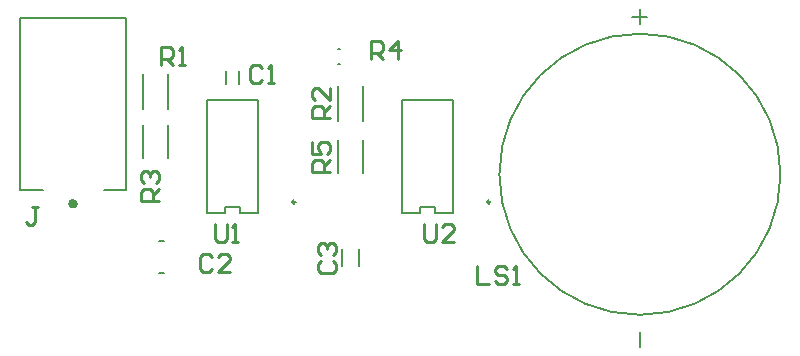
<source format=gto>
G04*
G04 #@! TF.GenerationSoftware,Altium Limited,Altium Designer,20.2.7 (254)*
G04*
G04 Layer_Color=65535*
%FSLAX25Y25*%
%MOIN*%
G70*
G04*
G04 #@! TF.SameCoordinates,98EDEFB3-FBBC-4785-AB48-8CD72EF7211F*
G04*
G04*
G04 #@! TF.FilePolarity,Positive*
G04*
G01*
G75*
%ADD10C,0.00984*%
%ADD11C,0.00500*%
%ADD12C,0.01575*%
%ADD13C,0.00787*%
%ADD14C,0.01000*%
D10*
X162697Y248583D02*
G03*
X162697Y248583I-492J0D01*
G01*
X97736D02*
G03*
X97736Y248583I-492J0D01*
G01*
D11*
X259449Y257874D02*
G03*
X259449Y257874I-46850J0D01*
G01*
X212598Y307874D02*
Y312874D01*
X210098Y310374D02*
X215098D01*
X212598Y200374D02*
Y205374D01*
X5906Y309842D02*
X41339D01*
Y252756D02*
Y309842D01*
X34055Y252756D02*
X41339D01*
X5906D02*
Y309842D01*
Y252756D02*
X13583D01*
D12*
X24409Y248031D02*
G03*
X24409Y248031I-787J0D01*
G01*
D13*
X55437Y263217D02*
Y274288D01*
X46925Y263217D02*
Y274288D01*
X111886Y275775D02*
Y287217D01*
X120398Y275775D02*
Y287217D01*
X46925Y279712D02*
Y291154D01*
X55437Y279712D02*
Y291154D01*
X150295Y244902D02*
Y282658D01*
X133169D02*
X150295D01*
X133169Y244902D02*
Y282658D01*
Y244902D02*
X139286D01*
Y246870D01*
X144179D01*
Y244902D02*
Y246870D01*
Y244902D02*
X150295D01*
X85335D02*
Y282658D01*
X68209D02*
X85335D01*
X68209Y244902D02*
Y282658D01*
Y244902D02*
X74325D01*
Y246870D01*
X79218D01*
Y244902D02*
Y246870D01*
Y244902D02*
X85335D01*
X52170Y235642D02*
X54129D01*
X52170Y224988D02*
X54129D01*
X111886Y258244D02*
Y269315D01*
X120398Y258244D02*
Y269315D01*
X74483Y288049D02*
Y292232D01*
X79061Y288049D02*
Y292232D01*
X111919Y294783D02*
X112491D01*
X111919Y299705D02*
X112491D01*
X118843Y227135D02*
Y232932D01*
X113440Y227135D02*
Y232932D01*
D14*
X140671Y241188D02*
Y236190D01*
X141671Y235190D01*
X143670D01*
X144670Y236190D01*
Y241188D01*
X150668Y235190D02*
X146669D01*
X150668Y239189D01*
Y240188D01*
X149668Y241188D01*
X147669D01*
X146669Y240188D01*
X70804Y241188D02*
Y236190D01*
X71804Y235190D01*
X73804D01*
X74803Y236190D01*
Y241188D01*
X76802Y235190D02*
X78802D01*
X77802D01*
Y241188D01*
X76802Y240188D01*
X109298Y258781D02*
X103300D01*
Y261780D01*
X104300Y262780D01*
X106299D01*
X107299Y261780D01*
Y258781D01*
Y260781D02*
X109298Y262780D01*
X103300Y268778D02*
Y264779D01*
X106299D01*
X105299Y266779D01*
Y267778D01*
X106299Y268778D01*
X108299D01*
X109298Y267778D01*
Y265779D01*
X108299Y264779D01*
X122954Y296214D02*
Y302212D01*
X125953D01*
X126953Y301212D01*
Y299213D01*
X125953Y298213D01*
X122954D01*
X124954D02*
X126953Y296214D01*
X131951D02*
Y302212D01*
X128952Y299213D01*
X132951D01*
X52212Y248939D02*
X46214D01*
Y251938D01*
X47213Y252937D01*
X49213D01*
X50212Y251938D01*
Y248939D01*
Y250938D02*
X52212Y252937D01*
X47213Y254937D02*
X46214Y255936D01*
Y257936D01*
X47213Y258935D01*
X48213D01*
X49213Y257936D01*
Y256936D01*
Y257936D01*
X50212Y258935D01*
X51212D01*
X52212Y257936D01*
Y255936D01*
X51212Y254937D01*
X109298Y276498D02*
X103300D01*
Y279497D01*
X104300Y280496D01*
X106299D01*
X107299Y279497D01*
Y276498D01*
Y278497D02*
X109298Y280496D01*
Y286494D02*
Y282496D01*
X105299Y286494D01*
X104300D01*
X103300Y285495D01*
Y283495D01*
X104300Y282496D01*
X53088Y294245D02*
Y300243D01*
X56087D01*
X57087Y299243D01*
Y297244D01*
X56087Y296244D01*
X53088D01*
X55087D02*
X57087Y294245D01*
X59086D02*
X61085D01*
X60086D01*
Y300243D01*
X59086Y299243D01*
X158357Y227409D02*
Y221410D01*
X162355D01*
X168353Y226409D02*
X167354Y227409D01*
X165354D01*
X164355Y226409D01*
Y225409D01*
X165354Y224410D01*
X167354D01*
X168353Y223410D01*
Y222410D01*
X167354Y221410D01*
X165354D01*
X164355Y222410D01*
X170353Y221410D02*
X172352D01*
X171352D01*
Y227409D01*
X170353Y226409D01*
X11842Y247094D02*
X9843D01*
X10842D01*
Y242095D01*
X9843Y241095D01*
X8843D01*
X7843Y242095D01*
X106268Y229034D02*
X105269Y228034D01*
Y226035D01*
X106268Y225035D01*
X110267D01*
X111267Y226035D01*
Y228034D01*
X110267Y229034D01*
X106268Y231033D02*
X105269Y232033D01*
Y234032D01*
X106268Y235032D01*
X107268D01*
X108268Y234032D01*
Y233033D01*
Y234032D01*
X109267Y235032D01*
X110267D01*
X111267Y234032D01*
Y232033D01*
X110267Y231033D01*
X69867Y230346D02*
X68867Y231346D01*
X66867D01*
X65868Y230346D01*
Y226347D01*
X66867Y225347D01*
X68867D01*
X69867Y226347D01*
X75864Y225347D02*
X71866D01*
X75864Y229346D01*
Y230346D01*
X74865Y231346D01*
X72865D01*
X71866Y230346D01*
X86614Y293338D02*
X85615Y294338D01*
X83615D01*
X82616Y293338D01*
Y289339D01*
X83615Y288340D01*
X85615D01*
X86614Y289339D01*
X88613Y288340D02*
X90613D01*
X89613D01*
Y294338D01*
X88613Y293338D01*
M02*

</source>
